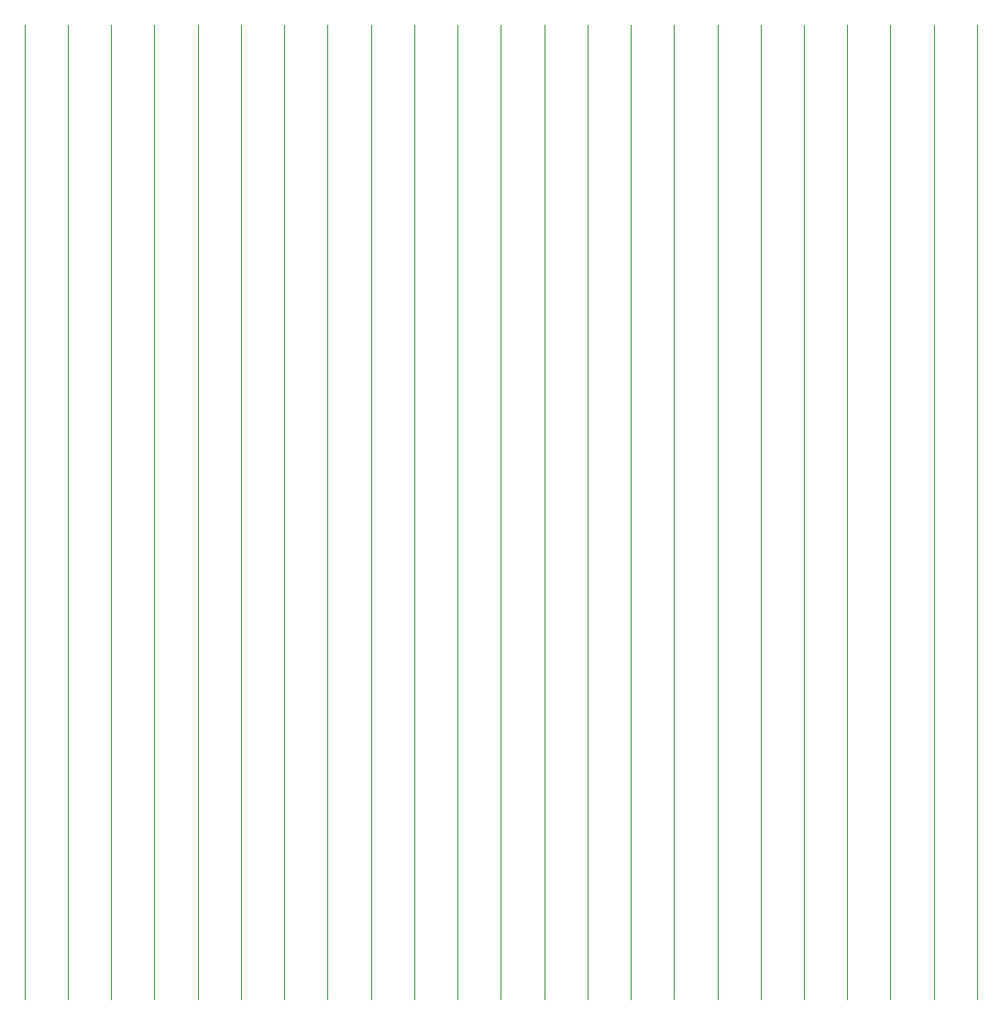
<source format=gbr>
%FSLAX34Y34*%
G04 Gerber Fmt 3.4, Leading zero omitted, Abs format*
G04 (created by PCBNEW (2014-05-23 BZR 4886)-product) date Sat 24 May 2014 10:50:35 PM CEST*
%MOIN*%
G01*
G70*
G90*
G04 APERTURE LIST*
%ADD10C,0.005906*%
%ADD11C,0.003937*%
G04 APERTURE END LIST*
G54D10*
G54D11*
X112795Y-34645D02*
X112795Y-70078D01*
X147440Y-34645D02*
X147440Y-70078D01*
X144291Y-34645D02*
X144291Y-70078D01*
X136417Y-34645D02*
X136417Y-70078D01*
X137992Y-34645D02*
X137992Y-70078D01*
X134842Y-34645D02*
X134842Y-70079D01*
X133267Y-34645D02*
X133267Y-70078D01*
X131692Y-34645D02*
X131692Y-70078D01*
X139566Y-34645D02*
X139566Y-70078D01*
X141141Y-34645D02*
X141141Y-70078D01*
X142716Y-34645D02*
X142716Y-70079D01*
X128543Y-34645D02*
X128543Y-70078D01*
X130118Y-34645D02*
X130118Y-70078D01*
X126968Y-34645D02*
X126968Y-70078D01*
X125393Y-34645D02*
X125393Y-70078D01*
X123818Y-34645D02*
X123818Y-70078D01*
X115944Y-34645D02*
X115944Y-70078D01*
X117519Y-34645D02*
X117519Y-70078D01*
X119094Y-34645D02*
X119094Y-70078D01*
X122244Y-34645D02*
X122244Y-70078D01*
X145866Y-34645D02*
X145866Y-70078D01*
X114370Y-34645D02*
X114370Y-70078D01*
X120669Y-34645D02*
X120669Y-70078D01*
M02*

</source>
